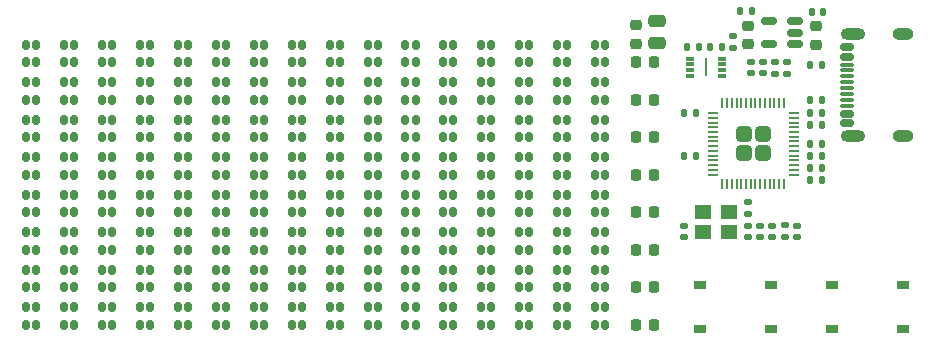
<source format=gtp>
G04 #@! TF.GenerationSoftware,KiCad,Pcbnew,8.0.1*
G04 #@! TF.CreationDate,2024-05-08T20:32:46+02:00*
G04 #@! TF.ProjectId,TGL_Board,54474c5f-426f-4617-9264-2e6b69636164,rev?*
G04 #@! TF.SameCoordinates,Original*
G04 #@! TF.FileFunction,Paste,Top*
G04 #@! TF.FilePolarity,Positive*
%FSLAX46Y46*%
G04 Gerber Fmt 4.6, Leading zero omitted, Abs format (unit mm)*
G04 Created by KiCad (PCBNEW 8.0.1) date 2024-05-08 20:32:46*
%MOMM*%
%LPD*%
G01*
G04 APERTURE LIST*
G04 Aperture macros list*
%AMRoundRect*
0 Rectangle with rounded corners*
0 $1 Rounding radius*
0 $2 $3 $4 $5 $6 $7 $8 $9 X,Y pos of 4 corners*
0 Add a 4 corners polygon primitive as box body*
4,1,4,$2,$3,$4,$5,$6,$7,$8,$9,$2,$3,0*
0 Add four circle primitives for the rounded corners*
1,1,$1+$1,$2,$3*
1,1,$1+$1,$4,$5*
1,1,$1+$1,$6,$7*
1,1,$1+$1,$8,$9*
0 Add four rect primitives between the rounded corners*
20,1,$1+$1,$2,$3,$4,$5,0*
20,1,$1+$1,$4,$5,$6,$7,0*
20,1,$1+$1,$6,$7,$8,$9,0*
20,1,$1+$1,$8,$9,$2,$3,0*%
G04 Aperture macros list end*
%ADD10RoundRect,0.162500X-0.162500X0.237500X-0.162500X-0.237500X0.162500X-0.237500X0.162500X0.237500X0*%
%ADD11RoundRect,0.250000X-0.475000X0.250000X-0.475000X-0.250000X0.475000X-0.250000X0.475000X0.250000X0*%
%ADD12RoundRect,0.140000X0.170000X-0.140000X0.170000X0.140000X-0.170000X0.140000X-0.170000X-0.140000X0*%
%ADD13R,1.000000X0.700000*%
%ADD14RoundRect,0.140000X0.140000X0.170000X-0.140000X0.170000X-0.140000X-0.170000X0.140000X-0.170000X0*%
%ADD15RoundRect,0.140000X-0.170000X0.140000X-0.170000X-0.140000X0.170000X-0.140000X0.170000X0.140000X0*%
%ADD16RoundRect,0.225000X0.225000X0.250000X-0.225000X0.250000X-0.225000X-0.250000X0.225000X-0.250000X0*%
%ADD17RoundRect,0.135000X0.185000X-0.135000X0.185000X0.135000X-0.185000X0.135000X-0.185000X-0.135000X0*%
%ADD18RoundRect,0.135000X0.135000X0.185000X-0.135000X0.185000X-0.135000X-0.185000X0.135000X-0.185000X0*%
%ADD19RoundRect,0.135000X-0.135000X-0.185000X0.135000X-0.185000X0.135000X0.185000X-0.135000X0.185000X0*%
%ADD20RoundRect,0.140000X-0.140000X-0.170000X0.140000X-0.170000X0.140000X0.170000X-0.140000X0.170000X0*%
%ADD21RoundRect,0.150000X0.512500X0.150000X-0.512500X0.150000X-0.512500X-0.150000X0.512500X-0.150000X0*%
%ADD22R,1.400000X1.200000*%
%ADD23R,0.800000X0.300000*%
%ADD24R,0.250000X1.650000*%
%ADD25RoundRect,0.150000X0.425000X-0.150000X0.425000X0.150000X-0.425000X0.150000X-0.425000X-0.150000X0*%
%ADD26RoundRect,0.075000X0.500000X-0.075000X0.500000X0.075000X-0.500000X0.075000X-0.500000X-0.075000X0*%
%ADD27O,2.100000X1.000000*%
%ADD28O,1.800000X1.000000*%
%ADD29RoundRect,0.249999X-0.395001X-0.395001X0.395001X-0.395001X0.395001X0.395001X-0.395001X0.395001X0*%
%ADD30RoundRect,0.050000X-0.387500X-0.050000X0.387500X-0.050000X0.387500X0.050000X-0.387500X0.050000X0*%
%ADD31RoundRect,0.050000X-0.050000X-0.387500X0.050000X-0.387500X0.050000X0.387500X-0.050000X0.387500X0*%
%ADD32RoundRect,0.225000X-0.250000X0.225000X-0.250000X-0.225000X0.250000X-0.225000X0.250000X0.225000X0*%
G04 APERTURE END LIST*
D10*
X134706800Y-43031700D03*
X134706800Y-41531700D03*
X133856800Y-41531700D03*
X133856800Y-43031700D03*
X102588800Y-33506700D03*
X102588800Y-32006700D03*
X101738800Y-32006700D03*
X101738800Y-33506700D03*
D11*
X155168600Y-20436800D03*
X155168600Y-22336800D03*
D10*
X109012400Y-39856700D03*
X109012400Y-38356700D03*
X108162400Y-38356700D03*
X108162400Y-39856700D03*
X147554000Y-39856700D03*
X147554000Y-38356700D03*
X146704000Y-38356700D03*
X146704000Y-39856700D03*
X128283200Y-46206700D03*
X128283200Y-44706700D03*
X127433200Y-44706700D03*
X127433200Y-46206700D03*
X121859600Y-43031700D03*
X121859600Y-41531700D03*
X121009600Y-41531700D03*
X121009600Y-43031700D03*
X121859600Y-36681700D03*
X121859600Y-35181700D03*
X121009600Y-35181700D03*
X121009600Y-36681700D03*
X121859600Y-27156700D03*
X121859600Y-25656700D03*
X121009600Y-25656700D03*
X121009600Y-27156700D03*
X147554000Y-46206700D03*
X147554000Y-44706700D03*
X146704000Y-44706700D03*
X146704000Y-46206700D03*
D12*
X164902000Y-38767400D03*
X164902000Y-37807400D03*
D10*
X137918600Y-46206700D03*
X137918600Y-44706700D03*
X137068600Y-44706700D03*
X137068600Y-46206700D03*
X141130400Y-33506700D03*
X141130400Y-32006700D03*
X140280400Y-32006700D03*
X140280400Y-33506700D03*
X150765800Y-30331700D03*
X150765800Y-28831700D03*
X149915800Y-28831700D03*
X149915800Y-30331700D03*
X147554000Y-23981700D03*
X147554000Y-22481700D03*
X146704000Y-22481700D03*
X146704000Y-23981700D03*
X144342200Y-36681700D03*
X144342200Y-35181700D03*
X143492200Y-35181700D03*
X143492200Y-36681700D03*
D13*
X158792400Y-42830000D03*
X164792400Y-42830000D03*
X158792400Y-46530000D03*
X164792400Y-46530000D03*
D10*
X128283200Y-27156700D03*
X128283200Y-25656700D03*
X127433200Y-25656700D03*
X127433200Y-27156700D03*
X144342200Y-33506700D03*
X144342200Y-32006700D03*
X143492200Y-32006700D03*
X143492200Y-33506700D03*
X102588800Y-46206700D03*
X102588800Y-44706700D03*
X101738800Y-44706700D03*
X101738800Y-46206700D03*
D14*
X169237600Y-19685000D03*
X168277600Y-19685000D03*
D10*
X128283200Y-23981700D03*
X128283200Y-22481700D03*
X127433200Y-22481700D03*
X127433200Y-23981700D03*
X105800600Y-46206700D03*
X105800600Y-44706700D03*
X104950600Y-44706700D03*
X104950600Y-46206700D03*
D15*
X161617600Y-21771600D03*
X161617600Y-22731600D03*
D10*
X137918600Y-36681700D03*
X137918600Y-35181700D03*
X137068600Y-35181700D03*
X137068600Y-36681700D03*
X137918600Y-33506700D03*
X137918600Y-32006700D03*
X137068600Y-32006700D03*
X137068600Y-33506700D03*
D16*
X154896200Y-46206700D03*
X153346200Y-46206700D03*
D10*
X125071400Y-23981700D03*
X125071400Y-22481700D03*
X124221400Y-22481700D03*
X124221400Y-23981700D03*
D17*
X165125400Y-24943400D03*
X165125400Y-23923400D03*
D10*
X131495000Y-23981700D03*
X131495000Y-22481700D03*
X130645000Y-22481700D03*
X130645000Y-23981700D03*
X141130400Y-43031700D03*
X141130400Y-41531700D03*
X140280400Y-41531700D03*
X140280400Y-43031700D03*
X115436000Y-46206700D03*
X115436000Y-44706700D03*
X114586000Y-44706700D03*
X114586000Y-46206700D03*
D17*
X165963600Y-38797400D03*
X165963600Y-37777400D03*
D10*
X137918600Y-27156700D03*
X137918600Y-25656700D03*
X137068600Y-25656700D03*
X137068600Y-27156700D03*
D18*
X169112600Y-32893000D03*
X168092600Y-32893000D03*
D19*
X162177000Y-19659600D03*
X163197000Y-19659600D03*
D10*
X131495000Y-43031700D03*
X131495000Y-41531700D03*
X130645000Y-41531700D03*
X130645000Y-43031700D03*
X144342200Y-27156700D03*
X144342200Y-25656700D03*
X143492200Y-25656700D03*
X143492200Y-27156700D03*
X134706800Y-33506700D03*
X134706800Y-32006700D03*
X133856800Y-32006700D03*
X133856800Y-33506700D03*
X141130400Y-30331700D03*
X141130400Y-28831700D03*
X140280400Y-28831700D03*
X140280400Y-30331700D03*
X128283200Y-43031700D03*
X128283200Y-41531700D03*
X127433200Y-41531700D03*
X127433200Y-43031700D03*
X144342200Y-30331700D03*
X144342200Y-28831700D03*
X143492200Y-28831700D03*
X143492200Y-30331700D03*
X102588800Y-39856700D03*
X102588800Y-38356700D03*
X101738800Y-38356700D03*
X101738800Y-39856700D03*
X128283200Y-39856700D03*
X128283200Y-38356700D03*
X127433200Y-38356700D03*
X127433200Y-39856700D03*
D16*
X154896200Y-23981700D03*
X153346200Y-23981700D03*
D10*
X137918600Y-30331700D03*
X137918600Y-28831700D03*
X137068600Y-28831700D03*
X137068600Y-30331700D03*
X137918600Y-23981700D03*
X137918600Y-22481700D03*
X137068600Y-22481700D03*
X137068600Y-23981700D03*
X125071400Y-43031700D03*
X125071400Y-41531700D03*
X124221400Y-41531700D03*
X124221400Y-43031700D03*
D17*
X162836800Y-36802600D03*
X162836800Y-35782600D03*
D10*
X115436000Y-39856700D03*
X115436000Y-38356700D03*
X114586000Y-38356700D03*
X114586000Y-39856700D03*
X147554000Y-36681700D03*
X147554000Y-35181700D03*
X146704000Y-35181700D03*
X146704000Y-36681700D03*
X150765800Y-27156700D03*
X150765800Y-25656700D03*
X149915800Y-25656700D03*
X149915800Y-27156700D03*
X102588800Y-23981700D03*
X102588800Y-22481700D03*
X101738800Y-22481700D03*
X101738800Y-23981700D03*
D12*
X157426600Y-38756400D03*
X157426600Y-37796400D03*
D10*
X150765800Y-46206700D03*
X150765800Y-44706700D03*
X149915800Y-44706700D03*
X149915800Y-46206700D03*
X141130400Y-27156700D03*
X141130400Y-25656700D03*
X140280400Y-25656700D03*
X140280400Y-27156700D03*
X118647800Y-46206700D03*
X118647800Y-44706700D03*
X117797800Y-44706700D03*
X117797800Y-46206700D03*
D20*
X157480000Y-31877000D03*
X158440000Y-31877000D03*
D21*
X166869900Y-22411600D03*
X166869900Y-21461600D03*
X166869900Y-20511600D03*
X164594900Y-20511600D03*
X164594900Y-22411600D03*
D10*
X144342200Y-39856700D03*
X144342200Y-38356700D03*
X143492200Y-38356700D03*
X143492200Y-39856700D03*
D22*
X161219000Y-36636400D03*
X159019000Y-36636400D03*
X159019000Y-38336400D03*
X161219000Y-38336400D03*
D10*
X118647800Y-30331700D03*
X118647800Y-28831700D03*
X117797800Y-28831700D03*
X117797800Y-30331700D03*
X112224200Y-33506700D03*
X112224200Y-32006700D03*
X111374200Y-32006700D03*
X111374200Y-33506700D03*
X102588800Y-27156700D03*
X102588800Y-25656700D03*
X101738800Y-25656700D03*
X101738800Y-27156700D03*
X137918600Y-43031700D03*
X137918600Y-41531700D03*
X137068600Y-41531700D03*
X137068600Y-43031700D03*
X121859600Y-39856700D03*
X121859600Y-38356700D03*
X121009600Y-38356700D03*
X121009600Y-39856700D03*
D12*
X163860600Y-38767400D03*
X163860600Y-37807400D03*
D10*
X150765800Y-23981700D03*
X150765800Y-22481700D03*
X149915800Y-22481700D03*
X149915800Y-23981700D03*
X147554000Y-33506700D03*
X147554000Y-32006700D03*
X146704000Y-32006700D03*
X146704000Y-33506700D03*
X115436000Y-33506700D03*
X115436000Y-32006700D03*
X114586000Y-32006700D03*
X114586000Y-33506700D03*
D15*
X164106800Y-23953400D03*
X164106800Y-24913400D03*
D10*
X134706800Y-36681700D03*
X134706800Y-35181700D03*
X133856800Y-35181700D03*
X133856800Y-36681700D03*
X105800600Y-43031700D03*
X105800600Y-41531700D03*
X104950600Y-41531700D03*
X104950600Y-43031700D03*
X109012400Y-30331700D03*
X109012400Y-28831700D03*
X108162400Y-28831700D03*
X108162400Y-30331700D03*
X141130400Y-23981700D03*
X141130400Y-22481700D03*
X140280400Y-22481700D03*
X140280400Y-23981700D03*
X144342200Y-23981700D03*
X144342200Y-22481700D03*
X143492200Y-22481700D03*
X143492200Y-23981700D03*
X141130400Y-39856700D03*
X141130400Y-38356700D03*
X140280400Y-38356700D03*
X140280400Y-39856700D03*
X141130400Y-46206700D03*
X141130400Y-44706700D03*
X140280400Y-44706700D03*
X140280400Y-46206700D03*
X105800600Y-30331700D03*
X105800600Y-28831700D03*
X104950600Y-28831700D03*
X104950600Y-30331700D03*
X105800600Y-23981700D03*
X105800600Y-22481700D03*
X104950600Y-22481700D03*
X104950600Y-23981700D03*
D20*
X168122600Y-29286200D03*
X169082600Y-29286200D03*
D10*
X109012400Y-27156700D03*
X109012400Y-25656700D03*
X108162400Y-25656700D03*
X108162400Y-27156700D03*
X112224200Y-27156700D03*
X112224200Y-25656700D03*
X111374200Y-25656700D03*
X111374200Y-27156700D03*
D23*
X157914300Y-23658000D03*
X157914300Y-24158000D03*
X157914300Y-24658000D03*
X157914300Y-25158000D03*
X160614300Y-25158000D03*
X160614300Y-24658000D03*
X160614300Y-24158000D03*
X160614300Y-23658000D03*
D24*
X159264300Y-24408000D03*
D10*
X147554000Y-30331700D03*
X147554000Y-28831700D03*
X146704000Y-28831700D03*
X146704000Y-30331700D03*
D15*
X162836800Y-37796400D03*
X162836800Y-38756400D03*
D10*
X144342200Y-43031700D03*
X144342200Y-41531700D03*
X143492200Y-41531700D03*
X143492200Y-43031700D03*
X134706800Y-23981700D03*
X134706800Y-22481700D03*
X133856800Y-22481700D03*
X133856800Y-23981700D03*
D15*
X163090300Y-23953400D03*
X163090300Y-24913400D03*
D10*
X112224200Y-43031700D03*
X112224200Y-41531700D03*
X111374200Y-41531700D03*
X111374200Y-43031700D03*
X102588800Y-36681700D03*
X102588800Y-35181700D03*
X101738800Y-35181700D03*
X101738800Y-36681700D03*
D16*
X154896200Y-39856700D03*
X153346200Y-39856700D03*
D10*
X125071400Y-46206700D03*
X125071400Y-44706700D03*
X124221400Y-44706700D03*
X124221400Y-46206700D03*
D18*
X169112600Y-24160000D03*
X168092600Y-24160000D03*
D25*
X171207000Y-29110000D03*
X171207000Y-28310000D03*
D26*
X171207000Y-27160000D03*
X171207000Y-26160000D03*
X171207000Y-25660000D03*
X171207000Y-24660000D03*
D25*
X171207000Y-23510000D03*
X171207000Y-22710000D03*
X171207000Y-22710000D03*
X171207000Y-23510000D03*
D26*
X171207000Y-24160000D03*
X171207000Y-25160000D03*
X171207000Y-26660000D03*
X171207000Y-27660000D03*
D25*
X171207000Y-28310000D03*
X171207000Y-29110000D03*
D27*
X171782000Y-30230000D03*
D28*
X175962000Y-30230000D03*
D27*
X171782000Y-21590000D03*
D28*
X175962000Y-21590000D03*
D10*
X137918600Y-39856700D03*
X137918600Y-38356700D03*
X137068600Y-38356700D03*
X137068600Y-39856700D03*
X112224200Y-39856700D03*
X112224200Y-38356700D03*
X111374200Y-38356700D03*
X111374200Y-39856700D03*
D29*
X162490300Y-30077000D03*
X162490300Y-31677000D03*
X164090300Y-30077000D03*
X164090300Y-31677000D03*
D30*
X159852800Y-28277000D03*
X159852800Y-28677000D03*
X159852800Y-29077000D03*
X159852800Y-29477000D03*
X159852800Y-29877000D03*
X159852800Y-30277000D03*
X159852800Y-30677000D03*
X159852800Y-31077000D03*
X159852800Y-31477000D03*
X159852800Y-31877000D03*
X159852800Y-32277000D03*
X159852800Y-32677000D03*
X159852800Y-33077000D03*
X159852800Y-33477000D03*
D31*
X160690300Y-34314500D03*
X161090300Y-34314500D03*
X161490300Y-34314500D03*
X161890300Y-34314500D03*
X162290300Y-34314500D03*
X162690300Y-34314500D03*
X163090300Y-34314500D03*
X163490300Y-34314500D03*
X163890300Y-34314500D03*
X164290300Y-34314500D03*
X164690300Y-34314500D03*
X165090300Y-34314500D03*
X165490300Y-34314500D03*
X165890300Y-34314500D03*
D30*
X166727800Y-33477000D03*
X166727800Y-33077000D03*
X166727800Y-32677000D03*
X166727800Y-32277000D03*
X166727800Y-31877000D03*
X166727800Y-31477000D03*
X166727800Y-31077000D03*
X166727800Y-30677000D03*
X166727800Y-30277000D03*
X166727800Y-29877000D03*
X166727800Y-29477000D03*
X166727800Y-29077000D03*
X166727800Y-28677000D03*
X166727800Y-28277000D03*
D31*
X165890300Y-27439500D03*
X165490300Y-27439500D03*
X165090300Y-27439500D03*
X164690300Y-27439500D03*
X164290300Y-27439500D03*
X163890300Y-27439500D03*
X163490300Y-27439500D03*
X163090300Y-27439500D03*
X162690300Y-27439500D03*
X162290300Y-27439500D03*
X161890300Y-27439500D03*
X161490300Y-27439500D03*
X161090300Y-27439500D03*
X160690300Y-27439500D03*
D10*
X131495000Y-27156700D03*
X131495000Y-25656700D03*
X130645000Y-25656700D03*
X130645000Y-27156700D03*
D16*
X154896200Y-36681700D03*
X153346200Y-36681700D03*
D10*
X150765800Y-39856700D03*
X150765800Y-38356700D03*
X149915800Y-38356700D03*
X149915800Y-39856700D03*
X121859600Y-23981700D03*
X121859600Y-22481700D03*
X121009600Y-22481700D03*
X121009600Y-23981700D03*
X115436000Y-36681700D03*
X115436000Y-35181700D03*
X114586000Y-35181700D03*
X114586000Y-36681700D03*
D16*
X154896200Y-43031700D03*
X153346200Y-43031700D03*
D18*
X169112600Y-27160000D03*
X168092600Y-27160000D03*
D10*
X115436000Y-43031700D03*
X115436000Y-41531700D03*
X114586000Y-41531700D03*
X114586000Y-43031700D03*
X150765800Y-43031700D03*
X150765800Y-41531700D03*
X149915800Y-41531700D03*
X149915800Y-43031700D03*
X128283200Y-33506700D03*
X128283200Y-32006700D03*
X127433200Y-32006700D03*
X127433200Y-33506700D03*
X134706800Y-30331700D03*
X134706800Y-28831700D03*
X133856800Y-28831700D03*
X133856800Y-30331700D03*
X131495000Y-33506700D03*
X131495000Y-32006700D03*
X130645000Y-32006700D03*
X130645000Y-33506700D03*
X112224200Y-36681700D03*
X112224200Y-35181700D03*
X111374200Y-35181700D03*
X111374200Y-36681700D03*
X134706800Y-27156700D03*
X134706800Y-25656700D03*
X133856800Y-25656700D03*
X133856800Y-27156700D03*
X131495000Y-30331700D03*
X131495000Y-28831700D03*
X130645000Y-28831700D03*
X130645000Y-30331700D03*
X102588800Y-43031700D03*
X102588800Y-41531700D03*
X101738800Y-41531700D03*
X101738800Y-43031700D03*
X105800600Y-39856700D03*
X105800600Y-38356700D03*
X104950600Y-38356700D03*
X104950600Y-39856700D03*
X109012400Y-36681700D03*
X109012400Y-35181700D03*
X108162400Y-35181700D03*
X108162400Y-36681700D03*
D14*
X169082600Y-33909000D03*
X168122600Y-33909000D03*
D10*
X112224200Y-30331700D03*
X112224200Y-28831700D03*
X111374200Y-28831700D03*
X111374200Y-30331700D03*
D14*
X169082600Y-28277000D03*
X168122600Y-28277000D03*
D10*
X121859600Y-33506700D03*
X121859600Y-32006700D03*
X121009600Y-32006700D03*
X121009600Y-33506700D03*
X134706800Y-46206700D03*
X134706800Y-44706700D03*
X133856800Y-44706700D03*
X133856800Y-46206700D03*
X112224200Y-46206700D03*
X112224200Y-44706700D03*
X111374200Y-44706700D03*
X111374200Y-46206700D03*
D16*
X154896200Y-33506700D03*
X153346200Y-33506700D03*
D10*
X128283200Y-30331700D03*
X128283200Y-28831700D03*
X127433200Y-28831700D03*
X127433200Y-30331700D03*
D13*
X169968400Y-42830000D03*
X175968400Y-42830000D03*
X169968400Y-46530000D03*
X175968400Y-46530000D03*
D10*
X115436000Y-30331700D03*
X115436000Y-28831700D03*
X114586000Y-28831700D03*
X114586000Y-30331700D03*
X105800600Y-27156700D03*
X105800600Y-25656700D03*
X104950600Y-25656700D03*
X104950600Y-27156700D03*
X121859600Y-46206700D03*
X121859600Y-44706700D03*
X121009600Y-44706700D03*
X121009600Y-46206700D03*
X105800600Y-36681700D03*
X105800600Y-35181700D03*
X104950600Y-35181700D03*
X104950600Y-36681700D03*
X131495000Y-39856700D03*
X131495000Y-38356700D03*
X130645000Y-38356700D03*
X130645000Y-39856700D03*
X105800600Y-33506700D03*
X105800600Y-32006700D03*
X104950600Y-32006700D03*
X104950600Y-33506700D03*
X118647800Y-33506700D03*
X118647800Y-32006700D03*
X117797800Y-32006700D03*
X117797800Y-33506700D03*
D16*
X154896200Y-27156700D03*
X153346200Y-27156700D03*
D14*
X169082600Y-31877000D03*
X168122600Y-31877000D03*
D32*
X162887600Y-20906600D03*
X162887600Y-22456600D03*
D12*
X167027800Y-38767400D03*
X167027800Y-37807400D03*
D10*
X109012400Y-46206700D03*
X109012400Y-44706700D03*
X108162400Y-44706700D03*
X108162400Y-46206700D03*
D14*
X160614300Y-22706200D03*
X159654300Y-22706200D03*
D10*
X134706800Y-39856700D03*
X134706800Y-38356700D03*
X133856800Y-38356700D03*
X133856800Y-39856700D03*
X102588800Y-30331700D03*
X102588800Y-28831700D03*
X101738800Y-28831700D03*
X101738800Y-30331700D03*
D20*
X157480000Y-28277000D03*
X158440000Y-28277000D03*
D10*
X125071400Y-39856700D03*
X125071400Y-38356700D03*
X124221400Y-38356700D03*
X124221400Y-39856700D03*
X131495000Y-46206700D03*
X131495000Y-44706700D03*
X130645000Y-44706700D03*
X130645000Y-46206700D03*
X115436000Y-27156700D03*
X115436000Y-25656700D03*
X114586000Y-25656700D03*
X114586000Y-27156700D03*
X144342200Y-46206700D03*
X144342200Y-44706700D03*
X143492200Y-44706700D03*
X143492200Y-46206700D03*
X112224200Y-23981700D03*
X112224200Y-22481700D03*
X111374200Y-22481700D03*
X111374200Y-23981700D03*
X141130400Y-36681700D03*
X141130400Y-35181700D03*
X140280400Y-35181700D03*
X140280400Y-36681700D03*
X125071400Y-27156700D03*
X125071400Y-25656700D03*
X124221400Y-25656700D03*
X124221400Y-27156700D03*
D32*
X153365200Y-20831800D03*
X153365200Y-22381800D03*
D10*
X150765800Y-33506700D03*
X150765800Y-32006700D03*
X149915800Y-32006700D03*
X149915800Y-33506700D03*
D17*
X166166800Y-24943400D03*
X166166800Y-23923400D03*
D10*
X118647800Y-27156700D03*
X118647800Y-25656700D03*
X117797800Y-25656700D03*
X117797800Y-27156700D03*
X125071400Y-30331700D03*
X125071400Y-28831700D03*
X124221400Y-28831700D03*
X124221400Y-30331700D03*
X150765800Y-36681700D03*
X150765800Y-35181700D03*
X149915800Y-35181700D03*
X149915800Y-36681700D03*
X115436000Y-23981700D03*
X115436000Y-22481700D03*
X114586000Y-22481700D03*
X114586000Y-23981700D03*
X118647800Y-23981700D03*
X118647800Y-22481700D03*
X117797800Y-22481700D03*
X117797800Y-23981700D03*
X118647800Y-39856700D03*
X118647800Y-38356700D03*
X117797800Y-38356700D03*
X117797800Y-39856700D03*
X121859600Y-30331700D03*
X121859600Y-28831700D03*
X121009600Y-28831700D03*
X121009600Y-30331700D03*
D32*
X168579800Y-20916600D03*
X168579800Y-22466600D03*
D10*
X125071400Y-33506700D03*
X125071400Y-32006700D03*
X124221400Y-32006700D03*
X124221400Y-33506700D03*
X109012400Y-43031700D03*
X109012400Y-41531700D03*
X108162400Y-41531700D03*
X108162400Y-43031700D03*
X118647800Y-36681700D03*
X118647800Y-35181700D03*
X117797800Y-35181700D03*
X117797800Y-36681700D03*
X131495000Y-36681700D03*
X131495000Y-35181700D03*
X130645000Y-35181700D03*
X130645000Y-36681700D03*
X147554000Y-43031700D03*
X147554000Y-41531700D03*
X146704000Y-41531700D03*
X146704000Y-43031700D03*
X125071400Y-36681700D03*
X125071400Y-35181700D03*
X124221400Y-35181700D03*
X124221400Y-36681700D03*
D16*
X154896200Y-30331700D03*
X153346200Y-30331700D03*
D19*
X157704000Y-22706200D03*
X158724000Y-22706200D03*
D10*
X109012400Y-23981700D03*
X109012400Y-22481700D03*
X108162400Y-22481700D03*
X108162400Y-23981700D03*
X128283200Y-36681700D03*
X128283200Y-35181700D03*
X127433200Y-35181700D03*
X127433200Y-36681700D03*
D14*
X169082600Y-30861000D03*
X168122600Y-30861000D03*
D10*
X109012400Y-33506700D03*
X109012400Y-32006700D03*
X108162400Y-32006700D03*
X108162400Y-33506700D03*
X118647800Y-43031700D03*
X118647800Y-41531700D03*
X117797800Y-41531700D03*
X117797800Y-43031700D03*
X147554000Y-27156700D03*
X147554000Y-25656700D03*
X146704000Y-25656700D03*
X146704000Y-27156700D03*
M02*

</source>
